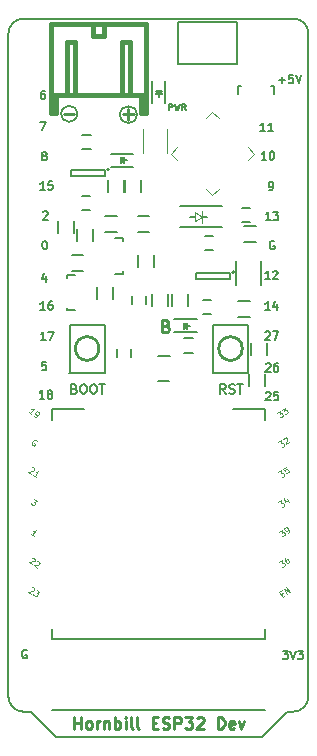
<source format=gbr>
G04 #@! TF.FileFunction,Legend,Top*
%FSLAX46Y46*%
G04 Gerber Fmt 4.6, Leading zero omitted, Abs format (unit mm)*
G04 Created by KiCad (PCBNEW (2015-01-16 BZR 5376)-product) date 01-May-17 6:34:46 PM*
%MOMM*%
G01*
G04 APERTURE LIST*
%ADD10C,0.100000*%
%ADD11C,0.254000*%
%ADD12C,0.127000*%
%ADD13C,0.150000*%
%ADD14C,0.200000*%
%ADD15C,0.125000*%
%ADD16C,0.175000*%
%ADD17C,0.250000*%
%ADD18C,0.285750*%
%ADD19C,0.381000*%
%ADD20C,0.120000*%
%ADD21C,0.050800*%
G04 APERTURE END LIST*
D10*
D11*
X90687071Y-93335929D02*
X90832214Y-93384310D01*
X90880595Y-93432690D01*
X90928976Y-93529452D01*
X90928976Y-93674595D01*
X90880595Y-93771357D01*
X90832214Y-93819738D01*
X90735452Y-93868119D01*
X90348405Y-93868119D01*
X90348405Y-92852119D01*
X90687071Y-92852119D01*
X90783833Y-92900500D01*
X90832214Y-92948881D01*
X90880595Y-93045643D01*
X90880595Y-93142405D01*
X90832214Y-93239167D01*
X90783833Y-93287548D01*
X90687071Y-93335929D01*
X90348405Y-93335929D01*
D12*
X90965867Y-75058210D02*
X90965867Y-74550210D01*
X91159391Y-74550210D01*
X91207772Y-74574400D01*
X91231963Y-74598590D01*
X91256153Y-74646971D01*
X91256153Y-74719543D01*
X91231963Y-74767924D01*
X91207772Y-74792114D01*
X91159391Y-74816305D01*
X90965867Y-74816305D01*
X91425486Y-74550210D02*
X91546439Y-75058210D01*
X91643201Y-74695352D01*
X91739963Y-75058210D01*
X91860915Y-74550210D01*
X92344724Y-75058210D02*
X92175391Y-74816305D01*
X92054438Y-75058210D02*
X92054438Y-74550210D01*
X92247962Y-74550210D01*
X92296343Y-74574400D01*
X92320534Y-74598590D01*
X92344724Y-74646971D01*
X92344724Y-74719543D01*
X92320534Y-74767924D01*
X92296343Y-74792114D01*
X92247962Y-74816305D01*
X92054438Y-74816305D01*
D13*
X83161514Y-75374500D02*
G75*
G03X83161514Y-75374500I-675014J0D01*
G01*
X88212952Y-75438000D02*
G75*
G03X88212952Y-75438000I-709952J0D01*
G01*
X98806000Y-128143000D02*
X99060000Y-127889000D01*
X81407000Y-128143000D02*
X98806000Y-128143000D01*
X81153000Y-127889000D02*
X81407000Y-128143000D01*
X77343000Y-124714000D02*
X77343000Y-68580000D01*
X79248000Y-125984000D02*
X78613000Y-125984000D01*
X101473000Y-125984000D02*
X100965000Y-125984000D01*
X102743000Y-68580000D02*
X102743000Y-124714000D01*
X78613000Y-67310000D02*
X101473000Y-67310000D01*
X78613000Y-67310000D02*
G75*
G03X77343000Y-68580000I0J-1270000D01*
G01*
X102743000Y-68580000D02*
G75*
G03X101473000Y-67310000I-1270000J0D01*
G01*
X101473000Y-125984000D02*
G75*
G03X102743000Y-124714000I0J1270000D01*
G01*
X77343000Y-124714000D02*
G75*
G03X78613000Y-125984000I1270000J0D01*
G01*
X81153000Y-127889000D02*
X79248000Y-125984000D01*
X100965000Y-125984000D02*
X99060000Y-127889000D01*
D14*
X82937486Y-98647257D02*
X83051772Y-98685352D01*
X83089867Y-98723448D01*
X83127962Y-98799638D01*
X83127962Y-98913924D01*
X83089867Y-98990114D01*
X83051772Y-99028210D01*
X82975581Y-99066305D01*
X82670819Y-99066305D01*
X82670819Y-98266305D01*
X82937486Y-98266305D01*
X83013676Y-98304400D01*
X83051772Y-98342495D01*
X83089867Y-98418686D01*
X83089867Y-98494876D01*
X83051772Y-98571067D01*
X83013676Y-98609162D01*
X82937486Y-98647257D01*
X82670819Y-98647257D01*
X83623200Y-98266305D02*
X83775581Y-98266305D01*
X83851772Y-98304400D01*
X83927962Y-98380590D01*
X83966057Y-98532971D01*
X83966057Y-98799638D01*
X83927962Y-98952019D01*
X83851772Y-99028210D01*
X83775581Y-99066305D01*
X83623200Y-99066305D01*
X83547010Y-99028210D01*
X83470819Y-98952019D01*
X83432724Y-98799638D01*
X83432724Y-98532971D01*
X83470819Y-98380590D01*
X83547010Y-98304400D01*
X83623200Y-98266305D01*
X84461295Y-98266305D02*
X84613676Y-98266305D01*
X84689867Y-98304400D01*
X84766057Y-98380590D01*
X84804152Y-98532971D01*
X84804152Y-98799638D01*
X84766057Y-98952019D01*
X84689867Y-99028210D01*
X84613676Y-99066305D01*
X84461295Y-99066305D01*
X84385105Y-99028210D01*
X84308914Y-98952019D01*
X84270819Y-98799638D01*
X84270819Y-98532971D01*
X84308914Y-98380590D01*
X84385105Y-98304400D01*
X84461295Y-98266305D01*
X85032723Y-98266305D02*
X85489866Y-98266305D01*
X85261295Y-99066305D02*
X85261295Y-98266305D01*
X95726305Y-99066305D02*
X95459638Y-98685352D01*
X95269162Y-99066305D02*
X95269162Y-98266305D01*
X95573924Y-98266305D01*
X95650115Y-98304400D01*
X95688210Y-98342495D01*
X95726305Y-98418686D01*
X95726305Y-98532971D01*
X95688210Y-98609162D01*
X95650115Y-98647257D01*
X95573924Y-98685352D01*
X95269162Y-98685352D01*
X96031067Y-99028210D02*
X96145353Y-99066305D01*
X96335829Y-99066305D01*
X96412019Y-99028210D01*
X96450115Y-98990114D01*
X96488210Y-98913924D01*
X96488210Y-98837733D01*
X96450115Y-98761543D01*
X96412019Y-98723448D01*
X96335829Y-98685352D01*
X96183448Y-98647257D01*
X96107257Y-98609162D01*
X96069162Y-98571067D01*
X96031067Y-98494876D01*
X96031067Y-98418686D01*
X96069162Y-98342495D01*
X96107257Y-98304400D01*
X96183448Y-98266305D01*
X96373924Y-98266305D01*
X96488210Y-98304400D01*
X96716781Y-98266305D02*
X97173924Y-98266305D01*
X96945353Y-99066305D02*
X96945353Y-98266305D01*
D15*
X79326755Y-115467890D02*
X79360012Y-115462623D01*
X79412532Y-115471350D01*
X79508843Y-115541324D01*
X79533373Y-115588577D01*
X79538640Y-115621834D01*
X79529912Y-115674354D01*
X79501922Y-115712878D01*
X79440676Y-115756670D01*
X79041590Y-115819879D01*
X79292000Y-116001812D01*
X79720729Y-115695268D02*
X79971138Y-115877201D01*
X79724343Y-115933336D01*
X79782129Y-115975321D01*
X79806659Y-116022572D01*
X79811927Y-116055830D01*
X79803199Y-116108349D01*
X79733225Y-116204660D01*
X79685973Y-116229190D01*
X79652715Y-116234458D01*
X79600196Y-116225730D01*
X79484623Y-116141761D01*
X79460093Y-116094509D01*
X79454826Y-116061252D01*
X79377555Y-112978690D02*
X79410812Y-112973423D01*
X79463332Y-112982150D01*
X79559643Y-113052124D01*
X79584173Y-113099377D01*
X79589440Y-113132634D01*
X79580712Y-113185154D01*
X79552722Y-113223678D01*
X79491476Y-113267470D01*
X79092390Y-113330679D01*
X79342800Y-113512612D01*
X79762800Y-113258588D02*
X79796058Y-113253320D01*
X79848578Y-113262047D01*
X79944889Y-113332022D01*
X79969418Y-113379274D01*
X79974686Y-113412532D01*
X79965958Y-113465051D01*
X79937968Y-113503576D01*
X79876722Y-113547367D01*
X79477636Y-113610576D01*
X79728045Y-113792510D01*
X79484623Y-111112561D02*
X79253475Y-110944622D01*
X79369049Y-111028592D02*
X79662941Y-110624083D01*
X79582432Y-110653881D01*
X79515918Y-110664415D01*
X79463398Y-110655688D01*
X79528106Y-107986119D02*
X79778515Y-108168052D01*
X79531720Y-108224188D01*
X79589506Y-108266172D01*
X79614036Y-108313424D01*
X79619304Y-108346681D01*
X79610576Y-108399201D01*
X79540602Y-108495512D01*
X79493350Y-108520042D01*
X79460093Y-108525309D01*
X79407573Y-108516581D01*
X79292000Y-108432612D01*
X79267470Y-108385360D01*
X79262203Y-108352103D01*
X79326755Y-105307890D02*
X79360012Y-105302623D01*
X79412532Y-105311350D01*
X79508843Y-105381324D01*
X79533373Y-105428577D01*
X79538640Y-105461834D01*
X79529912Y-105514354D01*
X79501922Y-105552878D01*
X79440676Y-105596670D01*
X79041590Y-105659879D01*
X79292000Y-105841812D01*
X79677245Y-106121710D02*
X79446098Y-105953771D01*
X79561672Y-106037740D02*
X79855564Y-105633232D01*
X79775055Y-105663029D01*
X79708541Y-105673564D01*
X79656021Y-105664837D01*
X79292000Y-100812612D02*
X79060852Y-100644674D01*
X79176426Y-100728643D02*
X79470319Y-100324134D01*
X79389809Y-100353932D01*
X79323295Y-100364467D01*
X79270775Y-100355740D01*
X79484623Y-100952561D02*
X79561672Y-101008540D01*
X79614191Y-101017268D01*
X79647449Y-101012001D01*
X79727958Y-100982204D01*
X79803199Y-100919149D01*
X79915158Y-100765051D01*
X79923886Y-100712532D01*
X79918618Y-100679274D01*
X79894089Y-100632022D01*
X79817040Y-100576042D01*
X79764520Y-100567315D01*
X79731263Y-100572583D01*
X79684011Y-100597113D01*
X79614036Y-100693424D01*
X79605309Y-100745943D01*
X79610576Y-100779201D01*
X79635106Y-100826452D01*
X79712155Y-100882432D01*
X79764674Y-100891160D01*
X79797932Y-100885892D01*
X79845184Y-100861362D01*
X79754889Y-103100317D02*
X79730359Y-103053065D01*
X79672573Y-103011081D01*
X79600790Y-102988358D01*
X79534276Y-102998893D01*
X79487024Y-103023423D01*
X79411782Y-103086477D01*
X79369797Y-103144265D01*
X79333081Y-103235309D01*
X79324353Y-103287828D01*
X79334888Y-103354342D01*
X79378680Y-103415589D01*
X79417205Y-103443579D01*
X79488986Y-103466301D01*
X79522244Y-103461034D01*
X79620208Y-103326198D01*
X79543158Y-103270219D01*
D16*
X78872533Y-120808000D02*
X78805867Y-120774667D01*
X78705867Y-120774667D01*
X78605867Y-120808000D01*
X78539200Y-120874667D01*
X78505867Y-120941333D01*
X78472533Y-121074667D01*
X78472533Y-121174667D01*
X78505867Y-121308000D01*
X78539200Y-121374667D01*
X78605867Y-121441333D01*
X78705867Y-121474667D01*
X78772533Y-121474667D01*
X78872533Y-121441333D01*
X78905867Y-121408000D01*
X78905867Y-121174667D01*
X78772533Y-121174667D01*
D15*
X100416843Y-116062827D02*
X100551678Y-115964863D01*
X100763409Y-116134763D02*
X100570786Y-116274712D01*
X100276893Y-115870203D01*
X100469516Y-115730255D01*
X100936770Y-116008809D02*
X100642877Y-115604301D01*
X101167917Y-115840871D01*
X100874025Y-115436362D01*
X100248000Y-113351196D02*
X100498409Y-113169263D01*
X100475533Y-113421325D01*
X100533320Y-113379341D01*
X100585839Y-113370613D01*
X100619097Y-113375881D01*
X100666348Y-113400411D01*
X100736322Y-113496722D01*
X100745050Y-113549241D01*
X100739783Y-113582499D01*
X100715253Y-113629751D01*
X100599679Y-113713720D01*
X100547160Y-113722448D01*
X100513903Y-113717180D01*
X100845131Y-112917355D02*
X100768081Y-112973334D01*
X100743552Y-113020587D01*
X100738285Y-113053844D01*
X100741745Y-113139620D01*
X100778462Y-113230665D01*
X100890421Y-113384763D01*
X100937673Y-113409292D01*
X100970930Y-113414560D01*
X101023449Y-113405833D01*
X101100499Y-113349853D01*
X101125029Y-113302601D01*
X101130296Y-113269344D01*
X101121568Y-113216824D01*
X101051594Y-113120513D01*
X101004343Y-113095983D01*
X100971085Y-113090716D01*
X100918566Y-113099444D01*
X100841516Y-113155423D01*
X100816986Y-113202675D01*
X100811720Y-113235932D01*
X100820447Y-113288452D01*
X100248000Y-110760396D02*
X100498409Y-110578463D01*
X100475533Y-110830525D01*
X100533320Y-110788541D01*
X100585839Y-110779813D01*
X100619097Y-110785081D01*
X100666348Y-110809611D01*
X100736322Y-110905922D01*
X100745050Y-110958441D01*
X100739783Y-110991699D01*
X100715253Y-111038951D01*
X100599679Y-111122920D01*
X100547160Y-111131648D01*
X100513903Y-111126380D01*
X100984925Y-110843022D02*
X101061974Y-110787043D01*
X101086504Y-110739791D01*
X101091772Y-110706533D01*
X101088312Y-110620757D01*
X101051594Y-110529713D01*
X100939635Y-110375615D01*
X100892384Y-110351085D01*
X100859126Y-110345818D01*
X100806606Y-110354545D01*
X100729557Y-110410524D01*
X100705027Y-110457777D01*
X100699761Y-110491034D01*
X100708488Y-110543554D01*
X100778462Y-110639865D01*
X100825714Y-110664394D01*
X100858971Y-110669662D01*
X100911490Y-110660934D01*
X100988540Y-110604955D01*
X101013070Y-110557703D01*
X101018337Y-110524445D01*
X101009609Y-110471926D01*
X100197200Y-108271196D02*
X100447609Y-108089263D01*
X100424733Y-108341325D01*
X100482520Y-108299341D01*
X100535039Y-108290613D01*
X100568297Y-108295881D01*
X100615548Y-108320411D01*
X100685522Y-108416722D01*
X100694250Y-108469241D01*
X100688983Y-108502499D01*
X100664453Y-108549751D01*
X100548879Y-108633720D01*
X100496360Y-108642448D01*
X100463103Y-108637180D01*
X100892295Y-107972191D02*
X101088223Y-108241863D01*
X100684025Y-107888067D02*
X100797636Y-108246976D01*
X101048047Y-108065043D01*
X100197200Y-105731196D02*
X100447609Y-105549263D01*
X100424733Y-105801325D01*
X100482520Y-105759341D01*
X100535039Y-105750613D01*
X100568297Y-105755881D01*
X100615548Y-105780411D01*
X100685522Y-105876722D01*
X100694250Y-105929241D01*
X100688983Y-105962499D01*
X100664453Y-106009751D01*
X100548879Y-106093720D01*
X100496360Y-106102448D01*
X100463103Y-106097180D01*
X100813593Y-105283360D02*
X100620970Y-105423308D01*
X100741657Y-105629927D01*
X100746925Y-105596669D01*
X100771455Y-105549418D01*
X100867766Y-105479444D01*
X100920285Y-105470716D01*
X100953543Y-105475983D01*
X101000794Y-105500513D01*
X101070768Y-105596824D01*
X101079496Y-105649344D01*
X101074229Y-105682601D01*
X101049699Y-105729853D01*
X100953388Y-105799827D01*
X100900868Y-105808555D01*
X100867611Y-105803287D01*
X100197200Y-103191196D02*
X100447609Y-103009263D01*
X100424733Y-103261325D01*
X100482520Y-103219341D01*
X100535039Y-103210613D01*
X100568297Y-103215881D01*
X100615548Y-103240411D01*
X100685522Y-103336722D01*
X100694250Y-103389241D01*
X100688983Y-103422499D01*
X100664453Y-103469751D01*
X100548879Y-103553720D01*
X100496360Y-103562448D01*
X100463103Y-103557180D01*
X100629698Y-102935829D02*
X100634966Y-102902571D01*
X100659495Y-102855319D01*
X100755806Y-102785345D01*
X100808326Y-102776618D01*
X100841584Y-102781885D01*
X100888835Y-102806415D01*
X100916825Y-102844940D01*
X100939547Y-102916721D01*
X100876338Y-103315807D01*
X101126748Y-103133874D01*
X100095600Y-100701996D02*
X100346009Y-100520063D01*
X100323133Y-100772125D01*
X100380920Y-100730141D01*
X100433439Y-100721413D01*
X100466697Y-100726681D01*
X100513948Y-100751211D01*
X100583922Y-100847522D01*
X100592650Y-100900041D01*
X100587383Y-100933299D01*
X100562853Y-100980551D01*
X100447279Y-101064520D01*
X100394760Y-101073248D01*
X100361503Y-101067980D01*
X100480846Y-100422098D02*
X100731255Y-100240165D01*
X100708379Y-100492228D01*
X100766166Y-100450244D01*
X100818685Y-100441516D01*
X100851943Y-100446783D01*
X100899194Y-100471313D01*
X100969168Y-100567624D01*
X100977896Y-100620144D01*
X100972629Y-100653401D01*
X100948099Y-100700653D01*
X100832525Y-100784622D01*
X100780006Y-100793350D01*
X100746749Y-100788082D01*
D16*
X99852933Y-86162400D02*
X99786267Y-86129067D01*
X99686267Y-86129067D01*
X99586267Y-86162400D01*
X99519600Y-86229067D01*
X99486267Y-86295733D01*
X99452933Y-86429067D01*
X99452933Y-86529067D01*
X99486267Y-86662400D01*
X99519600Y-86729067D01*
X99586267Y-86795733D01*
X99686267Y-86829067D01*
X99752933Y-86829067D01*
X99852933Y-86795733D01*
X99886267Y-86762400D01*
X99886267Y-86529067D01*
X99752933Y-86529067D01*
D17*
X82876332Y-127452381D02*
X82876332Y-126452381D01*
X82876332Y-126928571D02*
X83447761Y-126928571D01*
X83447761Y-127452381D02*
X83447761Y-126452381D01*
X84066808Y-127452381D02*
X83971570Y-127404762D01*
X83923951Y-127357143D01*
X83876332Y-127261905D01*
X83876332Y-126976190D01*
X83923951Y-126880952D01*
X83971570Y-126833333D01*
X84066808Y-126785714D01*
X84209666Y-126785714D01*
X84304904Y-126833333D01*
X84352523Y-126880952D01*
X84400142Y-126976190D01*
X84400142Y-127261905D01*
X84352523Y-127357143D01*
X84304904Y-127404762D01*
X84209666Y-127452381D01*
X84066808Y-127452381D01*
X84828713Y-127452381D02*
X84828713Y-126785714D01*
X84828713Y-126976190D02*
X84876332Y-126880952D01*
X84923951Y-126833333D01*
X85019189Y-126785714D01*
X85114428Y-126785714D01*
X85447761Y-126785714D02*
X85447761Y-127452381D01*
X85447761Y-126880952D02*
X85495380Y-126833333D01*
X85590618Y-126785714D01*
X85733476Y-126785714D01*
X85828714Y-126833333D01*
X85876333Y-126928571D01*
X85876333Y-127452381D01*
X86352523Y-127452381D02*
X86352523Y-126452381D01*
X86352523Y-126833333D02*
X86447761Y-126785714D01*
X86638238Y-126785714D01*
X86733476Y-126833333D01*
X86781095Y-126880952D01*
X86828714Y-126976190D01*
X86828714Y-127261905D01*
X86781095Y-127357143D01*
X86733476Y-127404762D01*
X86638238Y-127452381D01*
X86447761Y-127452381D01*
X86352523Y-127404762D01*
X87257285Y-127452381D02*
X87257285Y-126785714D01*
X87257285Y-126452381D02*
X87209666Y-126500000D01*
X87257285Y-126547619D01*
X87304904Y-126500000D01*
X87257285Y-126452381D01*
X87257285Y-126547619D01*
X87876332Y-127452381D02*
X87781094Y-127404762D01*
X87733475Y-127309524D01*
X87733475Y-126452381D01*
X88400142Y-127452381D02*
X88304904Y-127404762D01*
X88257285Y-127309524D01*
X88257285Y-126452381D01*
X89543000Y-126928571D02*
X89876334Y-126928571D01*
X90019191Y-127452381D02*
X89543000Y-127452381D01*
X89543000Y-126452381D01*
X90019191Y-126452381D01*
X90400143Y-127404762D02*
X90543000Y-127452381D01*
X90781096Y-127452381D01*
X90876334Y-127404762D01*
X90923953Y-127357143D01*
X90971572Y-127261905D01*
X90971572Y-127166667D01*
X90923953Y-127071429D01*
X90876334Y-127023810D01*
X90781096Y-126976190D01*
X90590619Y-126928571D01*
X90495381Y-126880952D01*
X90447762Y-126833333D01*
X90400143Y-126738095D01*
X90400143Y-126642857D01*
X90447762Y-126547619D01*
X90495381Y-126500000D01*
X90590619Y-126452381D01*
X90828715Y-126452381D01*
X90971572Y-126500000D01*
X91400143Y-127452381D02*
X91400143Y-126452381D01*
X91781096Y-126452381D01*
X91876334Y-126500000D01*
X91923953Y-126547619D01*
X91971572Y-126642857D01*
X91971572Y-126785714D01*
X91923953Y-126880952D01*
X91876334Y-126928571D01*
X91781096Y-126976190D01*
X91400143Y-126976190D01*
X92304905Y-126452381D02*
X92923953Y-126452381D01*
X92590619Y-126833333D01*
X92733477Y-126833333D01*
X92828715Y-126880952D01*
X92876334Y-126928571D01*
X92923953Y-127023810D01*
X92923953Y-127261905D01*
X92876334Y-127357143D01*
X92828715Y-127404762D01*
X92733477Y-127452381D01*
X92447762Y-127452381D01*
X92352524Y-127404762D01*
X92304905Y-127357143D01*
X93304905Y-126547619D02*
X93352524Y-126500000D01*
X93447762Y-126452381D01*
X93685858Y-126452381D01*
X93781096Y-126500000D01*
X93828715Y-126547619D01*
X93876334Y-126642857D01*
X93876334Y-126738095D01*
X93828715Y-126880952D01*
X93257286Y-127452381D01*
X93876334Y-127452381D01*
X95066810Y-127452381D02*
X95066810Y-126452381D01*
X95304905Y-126452381D01*
X95447763Y-126500000D01*
X95543001Y-126595238D01*
X95590620Y-126690476D01*
X95638239Y-126880952D01*
X95638239Y-127023810D01*
X95590620Y-127214286D01*
X95543001Y-127309524D01*
X95447763Y-127404762D01*
X95304905Y-127452381D01*
X95066810Y-127452381D01*
X96447763Y-127404762D02*
X96352525Y-127452381D01*
X96162048Y-127452381D01*
X96066810Y-127404762D01*
X96019191Y-127309524D01*
X96019191Y-126928571D01*
X96066810Y-126833333D01*
X96162048Y-126785714D01*
X96352525Y-126785714D01*
X96447763Y-126833333D01*
X96495382Y-126928571D01*
X96495382Y-127023810D01*
X96019191Y-127119048D01*
X96828715Y-126785714D02*
X97066810Y-127452381D01*
X97304906Y-126785714D01*
D16*
X100580933Y-120825467D02*
X101014266Y-120825467D01*
X100780933Y-121092133D01*
X100880933Y-121092133D01*
X100947600Y-121125467D01*
X100980933Y-121158800D01*
X101014266Y-121225467D01*
X101014266Y-121392133D01*
X100980933Y-121458800D01*
X100947600Y-121492133D01*
X100880933Y-121525467D01*
X100680933Y-121525467D01*
X100614266Y-121492133D01*
X100580933Y-121458800D01*
X101214267Y-120825467D02*
X101447600Y-121525467D01*
X101680933Y-120825467D01*
X101847600Y-120825467D02*
X102280933Y-120825467D01*
X102047600Y-121092133D01*
X102147600Y-121092133D01*
X102214267Y-121125467D01*
X102247600Y-121158800D01*
X102280933Y-121225467D01*
X102280933Y-121392133D01*
X102247600Y-121458800D01*
X102214267Y-121492133D01*
X102147600Y-121525467D01*
X101947600Y-121525467D01*
X101880933Y-121492133D01*
X101847600Y-121458800D01*
X80384666Y-99478267D02*
X79984666Y-99478267D01*
X80184666Y-99478267D02*
X80184666Y-98778267D01*
X80118000Y-98878267D01*
X80051333Y-98944933D01*
X79984666Y-98978267D01*
X80784667Y-99078267D02*
X80718000Y-99044933D01*
X80684667Y-99011600D01*
X80651333Y-98944933D01*
X80651333Y-98911600D01*
X80684667Y-98844933D01*
X80718000Y-98811600D01*
X80784667Y-98778267D01*
X80918000Y-98778267D01*
X80984667Y-98811600D01*
X81018000Y-98844933D01*
X81051333Y-98911600D01*
X81051333Y-98944933D01*
X81018000Y-99011600D01*
X80984667Y-99044933D01*
X80918000Y-99078267D01*
X80784667Y-99078267D01*
X80718000Y-99111600D01*
X80684667Y-99144933D01*
X80651333Y-99211600D01*
X80651333Y-99344933D01*
X80684667Y-99411600D01*
X80718000Y-99444933D01*
X80784667Y-99478267D01*
X80918000Y-99478267D01*
X80984667Y-99444933D01*
X81018000Y-99411600D01*
X81051333Y-99344933D01*
X81051333Y-99211600D01*
X81018000Y-99144933D01*
X80984667Y-99111600D01*
X80918000Y-99078267D01*
X80532267Y-96390667D02*
X80198934Y-96390667D01*
X80165600Y-96724000D01*
X80198934Y-96690667D01*
X80265600Y-96657333D01*
X80432267Y-96657333D01*
X80498934Y-96690667D01*
X80532267Y-96724000D01*
X80565600Y-96790667D01*
X80565600Y-96957333D01*
X80532267Y-97024000D01*
X80498934Y-97057333D01*
X80432267Y-97090667D01*
X80265600Y-97090667D01*
X80198934Y-97057333D01*
X80165600Y-97024000D01*
X80486266Y-94550667D02*
X80086266Y-94550667D01*
X80286266Y-94550667D02*
X80286266Y-93850667D01*
X80219600Y-93950667D01*
X80152933Y-94017333D01*
X80086266Y-94050667D01*
X80719600Y-93850667D02*
X81186267Y-93850667D01*
X80886267Y-94550667D01*
X80435466Y-91959867D02*
X80035466Y-91959867D01*
X80235466Y-91959867D02*
X80235466Y-91259867D01*
X80168800Y-91359867D01*
X80102133Y-91426533D01*
X80035466Y-91459867D01*
X81035467Y-91259867D02*
X80902133Y-91259867D01*
X80835467Y-91293200D01*
X80802133Y-91326533D01*
X80735467Y-91426533D01*
X80702133Y-91559867D01*
X80702133Y-91826533D01*
X80735467Y-91893200D01*
X80768800Y-91926533D01*
X80835467Y-91959867D01*
X80968800Y-91959867D01*
X81035467Y-91926533D01*
X81068800Y-91893200D01*
X81102133Y-91826533D01*
X81102133Y-91659867D01*
X81068800Y-91593200D01*
X81035467Y-91559867D01*
X80968800Y-91526533D01*
X80835467Y-91526533D01*
X80768800Y-91559867D01*
X80735467Y-91593200D01*
X80702133Y-91659867D01*
X80498934Y-89105600D02*
X80498934Y-89572267D01*
X80332267Y-88838933D02*
X80165600Y-89338933D01*
X80598934Y-89338933D01*
X80383067Y-86129067D02*
X80449734Y-86129067D01*
X80516400Y-86162400D01*
X80549734Y-86195733D01*
X80583067Y-86262400D01*
X80616400Y-86395733D01*
X80616400Y-86562400D01*
X80583067Y-86695733D01*
X80549734Y-86762400D01*
X80516400Y-86795733D01*
X80449734Y-86829067D01*
X80383067Y-86829067D01*
X80316400Y-86795733D01*
X80283067Y-86762400D01*
X80249734Y-86695733D01*
X80216400Y-86562400D01*
X80216400Y-86395733D01*
X80249734Y-86262400D01*
X80283067Y-86195733D01*
X80316400Y-86162400D01*
X80383067Y-86129067D01*
X80267200Y-83706533D02*
X80300534Y-83673200D01*
X80367200Y-83639867D01*
X80533867Y-83639867D01*
X80600534Y-83673200D01*
X80633867Y-83706533D01*
X80667200Y-83773200D01*
X80667200Y-83839867D01*
X80633867Y-83939867D01*
X80233867Y-84339867D01*
X80667200Y-84339867D01*
X80435466Y-81799867D02*
X80035466Y-81799867D01*
X80235466Y-81799867D02*
X80235466Y-81099867D01*
X80168800Y-81199867D01*
X80102133Y-81266533D01*
X80035466Y-81299867D01*
X81068800Y-81099867D02*
X80735467Y-81099867D01*
X80702133Y-81433200D01*
X80735467Y-81399867D01*
X80802133Y-81366533D01*
X80968800Y-81366533D01*
X81035467Y-81399867D01*
X81068800Y-81433200D01*
X81102133Y-81499867D01*
X81102133Y-81666533D01*
X81068800Y-81733200D01*
X81035467Y-81766533D01*
X80968800Y-81799867D01*
X80802133Y-81799867D01*
X80735467Y-81766533D01*
X80702133Y-81733200D01*
X80324334Y-78910667D02*
X80257667Y-78877333D01*
X80224334Y-78844000D01*
X80191000Y-78777333D01*
X80191000Y-78744000D01*
X80224334Y-78677333D01*
X80257667Y-78644000D01*
X80324334Y-78610667D01*
X80457667Y-78610667D01*
X80524334Y-78644000D01*
X80557667Y-78677333D01*
X80591000Y-78744000D01*
X80591000Y-78777333D01*
X80557667Y-78844000D01*
X80524334Y-78877333D01*
X80457667Y-78910667D01*
X80324334Y-78910667D01*
X80257667Y-78944000D01*
X80224334Y-78977333D01*
X80191000Y-79044000D01*
X80191000Y-79177333D01*
X80224334Y-79244000D01*
X80257667Y-79277333D01*
X80324334Y-79310667D01*
X80457667Y-79310667D01*
X80524334Y-79277333D01*
X80557667Y-79244000D01*
X80591000Y-79177333D01*
X80591000Y-79044000D01*
X80557667Y-78977333D01*
X80524334Y-78944000D01*
X80457667Y-78910667D01*
X80030667Y-76070667D02*
X80497334Y-76070667D01*
X80197334Y-76770667D01*
X80397334Y-73403667D02*
X80264000Y-73403667D01*
X80197334Y-73437000D01*
X80164000Y-73470333D01*
X80097334Y-73570333D01*
X80064000Y-73703667D01*
X80064000Y-73970333D01*
X80097334Y-74037000D01*
X80130667Y-74070333D01*
X80197334Y-74103667D01*
X80330667Y-74103667D01*
X80397334Y-74070333D01*
X80430667Y-74037000D01*
X80464000Y-73970333D01*
X80464000Y-73803667D01*
X80430667Y-73737000D01*
X80397334Y-73703667D01*
X80330667Y-73670333D01*
X80197334Y-73670333D01*
X80130667Y-73703667D01*
X80097334Y-73737000D01*
X80064000Y-73803667D01*
X100242800Y-72490800D02*
X100776133Y-72490800D01*
X100509466Y-72757467D02*
X100509466Y-72224133D01*
X101442800Y-72057467D02*
X101109467Y-72057467D01*
X101076133Y-72390800D01*
X101109467Y-72357467D01*
X101176133Y-72324133D01*
X101342800Y-72324133D01*
X101409467Y-72357467D01*
X101442800Y-72390800D01*
X101476133Y-72457467D01*
X101476133Y-72624133D01*
X101442800Y-72690800D01*
X101409467Y-72724133D01*
X101342800Y-72757467D01*
X101176133Y-72757467D01*
X101109467Y-72724133D01*
X101076133Y-72690800D01*
X101676134Y-72057467D02*
X101909467Y-72757467D01*
X102142800Y-72057467D01*
X99079066Y-76821467D02*
X98679066Y-76821467D01*
X98879066Y-76821467D02*
X98879066Y-76121467D01*
X98812400Y-76221467D01*
X98745733Y-76288133D01*
X98679066Y-76321467D01*
X99745733Y-76821467D02*
X99345733Y-76821467D01*
X99545733Y-76821467D02*
X99545733Y-76121467D01*
X99479067Y-76221467D01*
X99412400Y-76288133D01*
X99345733Y-76321467D01*
X99434667Y-81850667D02*
X99568000Y-81850667D01*
X99634667Y-81817333D01*
X99668000Y-81784000D01*
X99734667Y-81684000D01*
X99768000Y-81550667D01*
X99768000Y-81284000D01*
X99734667Y-81217333D01*
X99701334Y-81184000D01*
X99634667Y-81150667D01*
X99501334Y-81150667D01*
X99434667Y-81184000D01*
X99401334Y-81217333D01*
X99368000Y-81284000D01*
X99368000Y-81450667D01*
X99401334Y-81517333D01*
X99434667Y-81550667D01*
X99501334Y-81584000D01*
X99634667Y-81584000D01*
X99701334Y-81550667D01*
X99734667Y-81517333D01*
X99768000Y-81450667D01*
X99536266Y-84390667D02*
X99136266Y-84390667D01*
X99336266Y-84390667D02*
X99336266Y-83690667D01*
X99269600Y-83790667D01*
X99202933Y-83857333D01*
X99136266Y-83890667D01*
X99769600Y-83690667D02*
X100202933Y-83690667D01*
X99969600Y-83957333D01*
X100069600Y-83957333D01*
X100136267Y-83990667D01*
X100169600Y-84024000D01*
X100202933Y-84090667D01*
X100202933Y-84257333D01*
X100169600Y-84324000D01*
X100136267Y-84357333D01*
X100069600Y-84390667D01*
X99869600Y-84390667D01*
X99802933Y-84357333D01*
X99769600Y-84324000D01*
X99485466Y-89369067D02*
X99085466Y-89369067D01*
X99285466Y-89369067D02*
X99285466Y-88669067D01*
X99218800Y-88769067D01*
X99152133Y-88835733D01*
X99085466Y-88869067D01*
X99752133Y-88735733D02*
X99785467Y-88702400D01*
X99852133Y-88669067D01*
X100018800Y-88669067D01*
X100085467Y-88702400D01*
X100118800Y-88735733D01*
X100152133Y-88802400D01*
X100152133Y-88869067D01*
X100118800Y-88969067D01*
X99718800Y-89369067D01*
X100152133Y-89369067D01*
X99485466Y-91959867D02*
X99085466Y-91959867D01*
X99285466Y-91959867D02*
X99285466Y-91259867D01*
X99218800Y-91359867D01*
X99152133Y-91426533D01*
X99085466Y-91459867D01*
X100085467Y-91493200D02*
X100085467Y-91959867D01*
X99918800Y-91226533D02*
X99752133Y-91726533D01*
X100185467Y-91726533D01*
X99085466Y-93866533D02*
X99118800Y-93833200D01*
X99185466Y-93799867D01*
X99352133Y-93799867D01*
X99418800Y-93833200D01*
X99452133Y-93866533D01*
X99485466Y-93933200D01*
X99485466Y-93999867D01*
X99452133Y-94099867D01*
X99052133Y-94499867D01*
X99485466Y-94499867D01*
X99718800Y-93799867D02*
X100185467Y-93799867D01*
X99885467Y-94499867D01*
X99180666Y-79259867D02*
X98780666Y-79259867D01*
X98980666Y-79259867D02*
X98980666Y-78559867D01*
X98914000Y-78659867D01*
X98847333Y-78726533D01*
X98780666Y-78759867D01*
X99614000Y-78559867D02*
X99680667Y-78559867D01*
X99747333Y-78593200D01*
X99780667Y-78626533D01*
X99814000Y-78693200D01*
X99847333Y-78826533D01*
X99847333Y-78993200D01*
X99814000Y-79126533D01*
X99780667Y-79193200D01*
X99747333Y-79226533D01*
X99680667Y-79259867D01*
X99614000Y-79259867D01*
X99547333Y-79226533D01*
X99514000Y-79193200D01*
X99480667Y-79126533D01*
X99447333Y-78993200D01*
X99447333Y-78826533D01*
X99480667Y-78693200D01*
X99514000Y-78626533D01*
X99547333Y-78593200D01*
X99614000Y-78559867D01*
X99136266Y-96558933D02*
X99169600Y-96525600D01*
X99236266Y-96492267D01*
X99402933Y-96492267D01*
X99469600Y-96525600D01*
X99502933Y-96558933D01*
X99536266Y-96625600D01*
X99536266Y-96692267D01*
X99502933Y-96792267D01*
X99102933Y-97192267D01*
X99536266Y-97192267D01*
X100136267Y-96492267D02*
X100002933Y-96492267D01*
X99936267Y-96525600D01*
X99902933Y-96558933D01*
X99836267Y-96658933D01*
X99802933Y-96792267D01*
X99802933Y-97058933D01*
X99836267Y-97125600D01*
X99869600Y-97158933D01*
X99936267Y-97192267D01*
X100069600Y-97192267D01*
X100136267Y-97158933D01*
X100169600Y-97125600D01*
X100202933Y-97058933D01*
X100202933Y-96892267D01*
X100169600Y-96825600D01*
X100136267Y-96792267D01*
X100069600Y-96758933D01*
X99936267Y-96758933D01*
X99869600Y-96792267D01*
X99836267Y-96825600D01*
X99802933Y-96892267D01*
X99136266Y-98997333D02*
X99169600Y-98964000D01*
X99236266Y-98930667D01*
X99402933Y-98930667D01*
X99469600Y-98964000D01*
X99502933Y-98997333D01*
X99536266Y-99064000D01*
X99536266Y-99130667D01*
X99502933Y-99230667D01*
X99102933Y-99630667D01*
X99536266Y-99630667D01*
X100169600Y-98930667D02*
X99836267Y-98930667D01*
X99802933Y-99264000D01*
X99836267Y-99230667D01*
X99902933Y-99197333D01*
X100069600Y-99197333D01*
X100136267Y-99230667D01*
X100169600Y-99264000D01*
X100202933Y-99330667D01*
X100202933Y-99497333D01*
X100169600Y-99564000D01*
X100136267Y-99597333D01*
X100069600Y-99630667D01*
X99902933Y-99630667D01*
X99836267Y-99597333D01*
X99802933Y-99564000D01*
D18*
X82921928Y-75356357D02*
X82051071Y-75356357D01*
X87938428Y-75419857D02*
X87067571Y-75419857D01*
X87503000Y-74984429D02*
X87503000Y-75855286D01*
D10*
X93721200Y-84574000D02*
X93721200Y-83574000D01*
X93121200Y-84474000D02*
X93121200Y-83674000D01*
X93121200Y-83674000D02*
X93721200Y-84074000D01*
X93721200Y-84074000D02*
X93121200Y-84474000D01*
D13*
X93738700Y-84074000D02*
X94119700Y-84074000D01*
X92722700Y-84074000D02*
X93103700Y-84074000D01*
X95421200Y-83174000D02*
X91881200Y-83174000D01*
X95421200Y-84974000D02*
X91881200Y-84974000D01*
X83533500Y-82331000D02*
X84233500Y-82331000D01*
X84233500Y-83531000D02*
X83533500Y-83531000D01*
D19*
X88963500Y-67802760D02*
X88963500Y-75303380D01*
X80962500Y-75303380D02*
X80962500Y-67802760D01*
X80962500Y-75303380D02*
X81363820Y-75303380D01*
X81163160Y-73802240D02*
X81163160Y-75303380D01*
X81363820Y-75303380D02*
X81363820Y-73802240D01*
X88762840Y-75303380D02*
X88762840Y-73802240D01*
X88562180Y-73802240D02*
X88562180Y-75303380D01*
X88562180Y-75303380D02*
X88963500Y-75303380D01*
X85463380Y-67802760D02*
X85463380Y-68803520D01*
X85463380Y-68803520D02*
X84462620Y-68803520D01*
X84462620Y-68803520D02*
X84462620Y-67802760D01*
X86961980Y-73802240D02*
X86961980Y-69303900D01*
X86961980Y-69303900D02*
X87663020Y-69303900D01*
X87663020Y-69303900D02*
X87663020Y-73802240D01*
X82964020Y-73802240D02*
X82964020Y-69303900D01*
X82964020Y-69303900D02*
X82262980Y-69303900D01*
X82262980Y-69303900D02*
X82262980Y-73802240D01*
X88963500Y-67802760D02*
X80962500Y-67802760D01*
X80962500Y-73802240D02*
X88963500Y-73802240D01*
X86263480Y-67802760D02*
X86563200Y-67802760D01*
D13*
X82907500Y-84463000D02*
X82907500Y-85463000D01*
X81557500Y-85463000D02*
X81557500Y-84463000D01*
X89273000Y-85384000D02*
X88273000Y-85384000D01*
X88273000Y-84034000D02*
X89273000Y-84034000D01*
X86022000Y-79861500D02*
X87922000Y-79861500D01*
X86022000Y-78761500D02*
X87922000Y-78761500D01*
X86922000Y-79311500D02*
X87372000Y-79311500D01*
X86872000Y-79061500D02*
X86872000Y-79561500D01*
X86872000Y-79311500D02*
X87122000Y-79061500D01*
X87122000Y-79061500D02*
X87122000Y-79561500D01*
X87122000Y-79561500D02*
X86872000Y-79311500D01*
X89518400Y-72585400D02*
X89518400Y-74485400D01*
X90618400Y-72585400D02*
X90618400Y-74485400D01*
X90068400Y-73485400D02*
X90068400Y-73935400D01*
X90318400Y-73435400D02*
X89818400Y-73435400D01*
X90068400Y-73435400D02*
X90318400Y-73685400D01*
X90318400Y-73685400D02*
X89818400Y-73685400D01*
X89818400Y-73685400D02*
X90068400Y-73435400D01*
X91391120Y-93863875D02*
X93291120Y-93863875D01*
X91391120Y-92763875D02*
X93291120Y-92763875D01*
X92291120Y-93313875D02*
X92741120Y-93313875D01*
X92241120Y-93063875D02*
X92241120Y-93563875D01*
X92241120Y-93313875D02*
X92491120Y-93063875D01*
X92491120Y-93063875D02*
X92491120Y-93563875D01*
X92491120Y-93563875D02*
X92241120Y-93313875D01*
X85874000Y-80091000D02*
G75*
G03X85874000Y-80091000I-100000J0D01*
G01*
X85524000Y-80641000D02*
X85524000Y-80141000D01*
X82624000Y-80641000D02*
X85524000Y-80641000D01*
X82624000Y-80141000D02*
X82624000Y-80641000D01*
X85524000Y-80141000D02*
X82624000Y-80141000D01*
X99597160Y-73009760D02*
X99548900Y-73009760D01*
X96798180Y-73710800D02*
X96798180Y-73009760D01*
X96798180Y-73009760D02*
X97047100Y-73009760D01*
X99597160Y-73009760D02*
X99797820Y-73009760D01*
X99797820Y-73009760D02*
X99797820Y-73710800D01*
X96475519Y-88797475D02*
G75*
G03X96475519Y-88797475I-100000J0D01*
G01*
X96125519Y-89347475D02*
X96125519Y-88847475D01*
X93225519Y-89347475D02*
X96125519Y-89347475D01*
X93225519Y-88847475D02*
X93225519Y-89347475D01*
X96125519Y-88847475D02*
X93225519Y-88847475D01*
X87045360Y-88720234D02*
X87045360Y-88671974D01*
X86344320Y-85921254D02*
X87045360Y-85921254D01*
X87045360Y-85921254D02*
X87045360Y-86170174D01*
X87045360Y-88720234D02*
X87045360Y-88920894D01*
X87045360Y-88920894D02*
X86344320Y-88920894D01*
X82290480Y-89220714D02*
X82290480Y-89268974D01*
X82991520Y-92019694D02*
X82290480Y-92019694D01*
X82290480Y-92019694D02*
X82290480Y-91770774D01*
X82290480Y-89220714D02*
X82290480Y-89020054D01*
X82290480Y-89020054D02*
X82991520Y-89020054D01*
X97290000Y-84872200D02*
X98290000Y-84872200D01*
X98290000Y-86222200D02*
X97290000Y-86222200D01*
X85748500Y-81970500D02*
X85748500Y-80970500D01*
X87098500Y-80970500D02*
X87098500Y-81970500D01*
X91206520Y-91629475D02*
X91206520Y-90629475D01*
X92556520Y-90629475D02*
X92556520Y-91629475D01*
X88559000Y-80970500D02*
X88559000Y-81970500D01*
X87209000Y-81970500D02*
X87209000Y-80970500D01*
X83694720Y-88654875D02*
X82694720Y-88654875D01*
X82694720Y-87304875D02*
X83694720Y-87304875D01*
X86206520Y-90019874D02*
X86206520Y-91019874D01*
X84856520Y-91019874D02*
X84856520Y-90019874D01*
X96817120Y-91216475D02*
X97817120Y-91216475D01*
X97817120Y-92566475D02*
X96817120Y-92566475D01*
X86542500Y-85384000D02*
X85542500Y-85384000D01*
X85542500Y-84034000D02*
X86542500Y-84034000D01*
X88352000Y-88320500D02*
X88352000Y-87320500D01*
X89702000Y-87320500D02*
X89702000Y-88320500D01*
X83180120Y-86143075D02*
X83180120Y-85143075D01*
X84530120Y-85143075D02*
X84530120Y-86143075D01*
X97877000Y-95750000D02*
X97877000Y-94750000D01*
X99227000Y-94750000D02*
X99227000Y-95750000D01*
X83597000Y-77187500D02*
X84297000Y-77187500D01*
X84297000Y-78387500D02*
X83597000Y-78387500D01*
X93969920Y-85703475D02*
X94669920Y-85703475D01*
X94669920Y-86903475D02*
X93969920Y-86903475D01*
X97084400Y-83321600D02*
X97784400Y-83321600D01*
X97784400Y-84521600D02*
X97084400Y-84521600D01*
X94517521Y-92339074D02*
X93817521Y-92339074D01*
X93817521Y-91139074D02*
X94517521Y-91139074D01*
X96647720Y-87843474D02*
X96647720Y-89843474D01*
X98697720Y-89843474D02*
X98697720Y-87843474D01*
X92242719Y-94390275D02*
X92942719Y-94390275D01*
X92942719Y-95590275D02*
X92242719Y-95590275D01*
X89027120Y-90779475D02*
X89027120Y-91479475D01*
X87827120Y-91479475D02*
X87827120Y-90779475D01*
X86557120Y-95949875D02*
X86557120Y-95249875D01*
X87757120Y-95249875D02*
X87757120Y-95949875D01*
X99100000Y-97417000D02*
X99100000Y-98417000D01*
X97750000Y-98417000D02*
X97750000Y-97417000D01*
X90829320Y-90629475D02*
X90829320Y-91629475D01*
X89479320Y-91629475D02*
X89479320Y-90629475D01*
X91734000Y-67636000D02*
X96734000Y-67636000D01*
X96734000Y-67636000D02*
X96734000Y-71136000D01*
X96734000Y-71136000D02*
X92234000Y-71136000D01*
X92234000Y-71136000D02*
X91734000Y-71136000D01*
X91734000Y-71136000D02*
X91734000Y-67636000D01*
X99052721Y-119875875D02*
X99052721Y-118975875D01*
X81052721Y-100375875D02*
X81052721Y-101275875D01*
X99052721Y-100375875D02*
X99052721Y-101275875D01*
X99052721Y-119875875D02*
X81052721Y-119875875D01*
X81052721Y-119875875D02*
X81052721Y-118975875D01*
X81052721Y-100375875D02*
X83752721Y-100375875D01*
X99052721Y-100375875D02*
X96352721Y-100375875D01*
X99052721Y-119875875D02*
X81052721Y-119875875D01*
X99052721Y-125875875D02*
X81052721Y-125875875D01*
X97647320Y-93212275D02*
X94650120Y-93212275D01*
X94650120Y-93212275D02*
X94650120Y-97276275D01*
X94650120Y-97276275D02*
X97596520Y-97276275D01*
X97596520Y-97276275D02*
X97596520Y-93237675D01*
D11*
X97149480Y-95244275D02*
G75*
G03X97149480Y-95244275I-1000760J0D01*
G01*
D13*
X82508920Y-97276275D02*
X85506120Y-97276275D01*
X85506120Y-97276275D02*
X85506120Y-93212275D01*
X85506120Y-93212275D02*
X82559720Y-93212275D01*
X82559720Y-93212275D02*
X82559720Y-97250875D01*
D11*
X85008280Y-95244275D02*
G75*
G03X85008280Y-95244275I-1000760J0D01*
G01*
D13*
X91043320Y-95853875D02*
X90027320Y-95853875D01*
X90967120Y-97987475D02*
X90027320Y-97987475D01*
D20*
X88722920Y-76667476D02*
X88722920Y-78667476D01*
X90772920Y-78667476D02*
X90772920Y-76667476D01*
D21*
X95144835Y-81744794D02*
X94615000Y-82274629D01*
X94615000Y-82274629D02*
X94085165Y-81744794D01*
X91610206Y-79269835D02*
X91080371Y-78740000D01*
X91080371Y-78740000D02*
X91610206Y-78210165D01*
X97619794Y-78210165D02*
X98149629Y-78740000D01*
X98149629Y-78740000D02*
X97619794Y-79269835D01*
X95144835Y-75735206D02*
X94615000Y-75205371D01*
X94615000Y-75205371D02*
X94085165Y-75735206D01*
M02*

</source>
